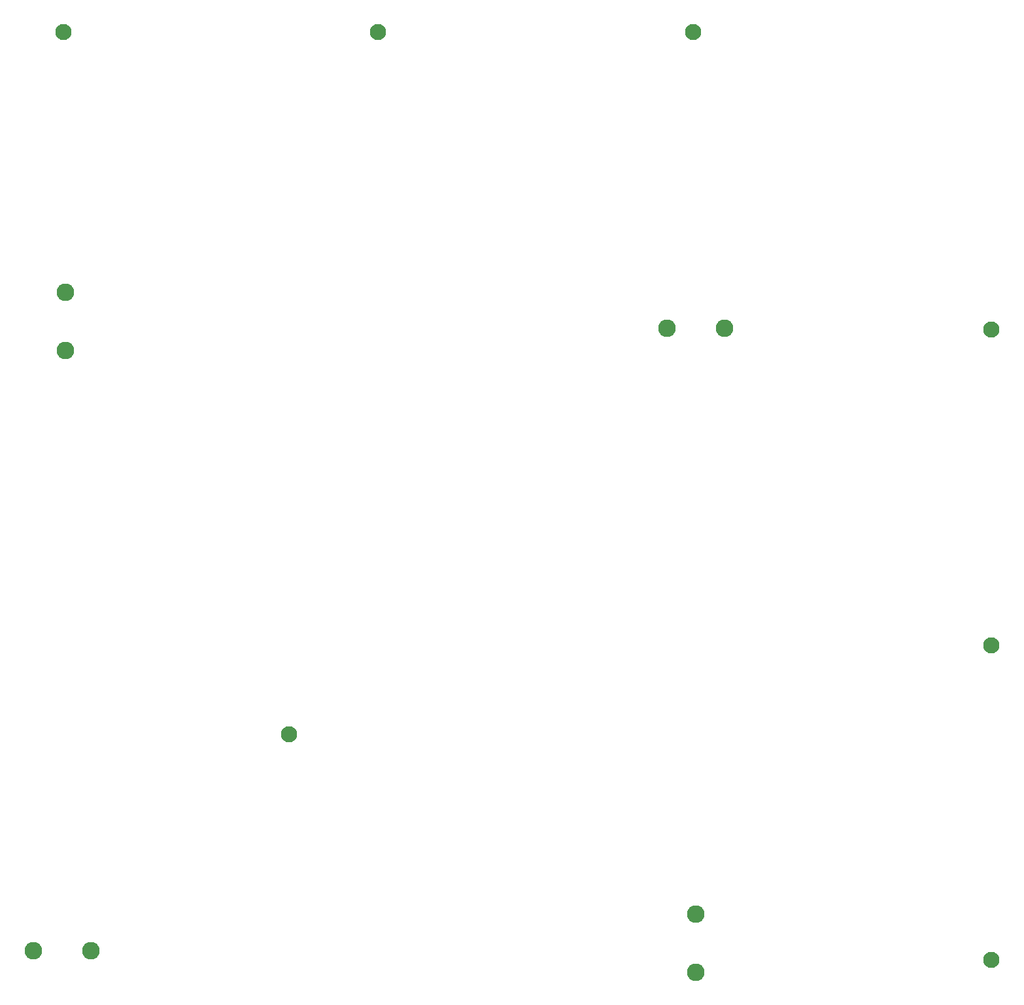
<source format=gbr>
%TF.GenerationSoftware,KiCad,Pcbnew,(6.0.10-0)*%
%TF.CreationDate,2023-04-17T19:00:21-04:00*%
%TF.ProjectId,my_anode,6d795f61-6e6f-4646-952e-6b696361645f,rev?*%
%TF.SameCoordinates,Original*%
%TF.FileFunction,Soldermask,Bot*%
%TF.FilePolarity,Negative*%
%FSLAX46Y46*%
G04 Gerber Fmt 4.6, Leading zero omitted, Abs format (unit mm)*
G04 Created by KiCad (PCBNEW (6.0.10-0)) date 2023-04-17 19:00:21*
%MOMM*%
%LPD*%
G01*
G04 APERTURE LIST*
%ADD10C,2.100000*%
%ADD11C,2.286000*%
G04 APERTURE END LIST*
D10*
%TO.C,REF\u002A\u002A*%
X281152600Y-157767800D03*
%TD*%
%TO.C,REF\u002A\u002A*%
X161010800Y-119226800D03*
%TD*%
D11*
%TO.C,D1*%
X246614000Y-157530800D03*
X239114000Y-157530800D03*
%TD*%
D10*
%TO.C,MOUNTING*%
X190174400Y-210129600D03*
%TD*%
D11*
%TO.C,D3*%
X157082800Y-238125000D03*
X164582800Y-238125000D03*
%TD*%
D10*
%TO.C,REF\u002A\u002A*%
X201760800Y-119226800D03*
%TD*%
%TO.C,REF\u002A\u002A*%
X281127200Y-239369400D03*
%TD*%
D11*
%TO.C,D4*%
X242857000Y-240950600D03*
X242857000Y-233450600D03*
%TD*%
%TO.C,D2*%
X161239200Y-152917200D03*
X161239200Y-160417200D03*
%TD*%
D10*
%TO.C,REF\u002A\u002A*%
X242510800Y-119226800D03*
%TD*%
%TO.C,REF\u002A\u002A*%
X281127200Y-198619400D03*
%TD*%
M02*

</source>
